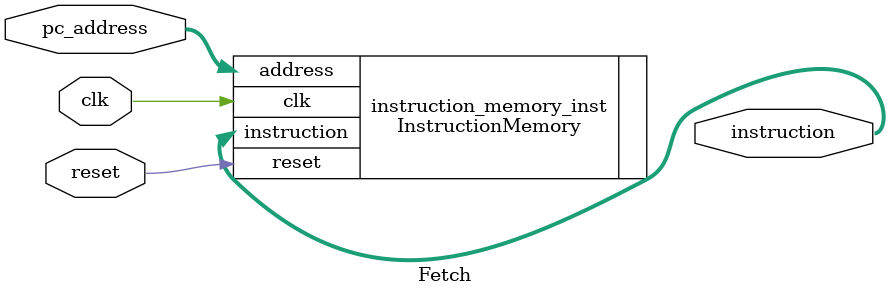
<source format=v>
module Fetch(
    input wire clk,
    input wire reset,
    input wire [7:0] pc_address,
    output wire [7:0] instruction
);

// Instantiate InstructionMemory module
InstructionMemory instruction_memory_inst(
    .clk(clk),
    .reset(reset),
    .address(pc_address),
    .instruction(instruction)
);

endmodule

</source>
